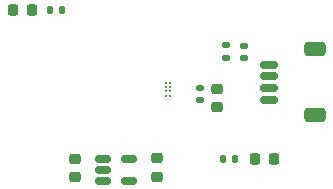
<source format=gbr>
%TF.GenerationSoftware,KiCad,Pcbnew,8.0.0-rc3-3-g27911d9b5a*%
%TF.CreationDate,2025-03-15T22:51:05+01:00*%
%TF.ProjectId,MSPM0C1104S8YCJR,4d53504d-3043-4313-9130-34533859434a,rev?*%
%TF.SameCoordinates,Original*%
%TF.FileFunction,Paste,Top*%
%TF.FilePolarity,Positive*%
%FSLAX46Y46*%
G04 Gerber Fmt 4.6, Leading zero omitted, Abs format (unit mm)*
G04 Created by KiCad (PCBNEW 8.0.0-rc3-3-g27911d9b5a) date 2025-03-15 22:51:05*
%MOMM*%
%LPD*%
G01*
G04 APERTURE LIST*
G04 Aperture macros list*
%AMRoundRect*
0 Rectangle with rounded corners*
0 $1 Rounding radius*
0 $2 $3 $4 $5 $6 $7 $8 $9 X,Y pos of 4 corners*
0 Add a 4 corners polygon primitive as box body*
4,1,4,$2,$3,$4,$5,$6,$7,$8,$9,$2,$3,0*
0 Add four circle primitives for the rounded corners*
1,1,$1+$1,$2,$3*
1,1,$1+$1,$4,$5*
1,1,$1+$1,$6,$7*
1,1,$1+$1,$8,$9*
0 Add four rect primitives between the rounded corners*
20,1,$1+$1,$2,$3,$4,$5,0*
20,1,$1+$1,$4,$5,$6,$7,0*
20,1,$1+$1,$6,$7,$8,$9,0*
20,1,$1+$1,$8,$9,$2,$3,0*%
G04 Aperture macros list end*
%ADD10RoundRect,0.250000X0.650000X-0.350000X0.650000X0.350000X-0.650000X0.350000X-0.650000X-0.350000X0*%
%ADD11RoundRect,0.150000X0.625000X-0.150000X0.625000X0.150000X-0.625000X0.150000X-0.625000X-0.150000X0*%
%ADD12R,0.250000X0.250000*%
%ADD13RoundRect,0.150000X-0.512500X-0.150000X0.512500X-0.150000X0.512500X0.150000X-0.512500X0.150000X0*%
%ADD14RoundRect,0.135000X-0.135000X-0.185000X0.135000X-0.185000X0.135000X0.185000X-0.135000X0.185000X0*%
%ADD15RoundRect,0.135000X-0.185000X0.135000X-0.185000X-0.135000X0.185000X-0.135000X0.185000X0.135000X0*%
%ADD16RoundRect,0.218750X0.218750X0.256250X-0.218750X0.256250X-0.218750X-0.256250X0.218750X-0.256250X0*%
%ADD17RoundRect,0.218750X-0.218750X-0.256250X0.218750X-0.256250X0.218750X0.256250X-0.218750X0.256250X0*%
%ADD18RoundRect,0.225000X-0.250000X0.225000X-0.250000X-0.225000X0.250000X-0.225000X0.250000X0.225000X0*%
%ADD19RoundRect,0.140000X-0.170000X0.140000X-0.170000X-0.140000X0.170000X-0.140000X0.170000X0.140000X0*%
G04 APERTURE END LIST*
D10*
%TO.C,J3*%
X138775000Y-97800000D03*
X138775000Y-92200000D03*
D11*
X134900000Y-93500000D03*
X134900000Y-94500000D03*
X134900000Y-95500000D03*
X134900000Y-96500000D03*
%TD*%
D12*
%TO.C,U1*%
X126150000Y-95075000D03*
X126150000Y-95425000D03*
X126150000Y-95775000D03*
X126150000Y-96125000D03*
X126500000Y-95075000D03*
X126500000Y-95425000D03*
X126500000Y-95775000D03*
X126500000Y-96125000D03*
%TD*%
D13*
%TO.C,U2*%
X120800000Y-101450000D03*
X120800000Y-102400000D03*
X120800000Y-103350000D03*
X123075000Y-103350000D03*
X123075000Y-101450000D03*
%TD*%
D14*
%TO.C,R5*%
X116380000Y-88900000D03*
X117400000Y-88900000D03*
%TD*%
D15*
%TO.C,R4*%
X132800000Y-91890000D03*
X132800000Y-92910000D03*
%TD*%
%TO.C,R3*%
X131290000Y-92900000D03*
X131290000Y-91880000D03*
%TD*%
D14*
%TO.C,R2*%
X130980000Y-101500000D03*
X132000000Y-101500000D03*
%TD*%
D16*
%TO.C,D2*%
X135287500Y-101500000D03*
X133712500Y-101500000D03*
%TD*%
D17*
%TO.C,D1*%
X113225000Y-88900000D03*
X114800000Y-88900000D03*
%TD*%
D18*
%TO.C,C4*%
X125437500Y-101425000D03*
X125437500Y-102975000D03*
%TD*%
%TO.C,C3*%
X118437500Y-101450000D03*
X118437500Y-103000000D03*
%TD*%
%TO.C,C2*%
X130500000Y-95550000D03*
X130500000Y-97100000D03*
%TD*%
D19*
%TO.C,C1*%
X129020000Y-95520000D03*
X129020000Y-96480000D03*
%TD*%
M02*

</source>
